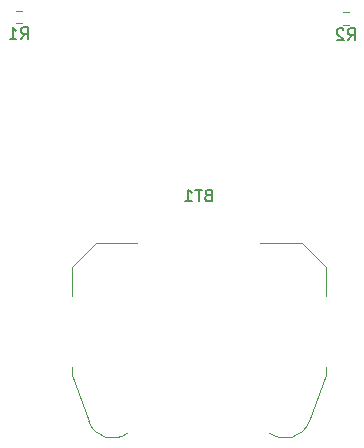
<source format=gbr>
%TF.GenerationSoftware,KiCad,Pcbnew,8.0.8*%
%TF.CreationDate,2025-02-18T10:54:12-06:00*%
%TF.ProjectId,ATTinyFlashLEDs_noSwitch,41545469-6e79-4466-9c61-73684c454473,rev?*%
%TF.SameCoordinates,Original*%
%TF.FileFunction,Legend,Bot*%
%TF.FilePolarity,Positive*%
%FSLAX46Y46*%
G04 Gerber Fmt 4.6, Leading zero omitted, Abs format (unit mm)*
G04 Created by KiCad (PCBNEW 8.0.8) date 2025-02-18 10:54:12*
%MOMM*%
%LPD*%
G01*
G04 APERTURE LIST*
%ADD10C,0.150000*%
%ADD11C,0.120000*%
G04 APERTURE END LIST*
D10*
X120165714Y-95492009D02*
X120022857Y-95539628D01*
X120022857Y-95539628D02*
X119975238Y-95587247D01*
X119975238Y-95587247D02*
X119927619Y-95682485D01*
X119927619Y-95682485D02*
X119927619Y-95825342D01*
X119927619Y-95825342D02*
X119975238Y-95920580D01*
X119975238Y-95920580D02*
X120022857Y-95968200D01*
X120022857Y-95968200D02*
X120118095Y-96015819D01*
X120118095Y-96015819D02*
X120499047Y-96015819D01*
X120499047Y-96015819D02*
X120499047Y-95015819D01*
X120499047Y-95015819D02*
X120165714Y-95015819D01*
X120165714Y-95015819D02*
X120070476Y-95063438D01*
X120070476Y-95063438D02*
X120022857Y-95111057D01*
X120022857Y-95111057D02*
X119975238Y-95206295D01*
X119975238Y-95206295D02*
X119975238Y-95301533D01*
X119975238Y-95301533D02*
X120022857Y-95396771D01*
X120022857Y-95396771D02*
X120070476Y-95444390D01*
X120070476Y-95444390D02*
X120165714Y-95492009D01*
X120165714Y-95492009D02*
X120499047Y-95492009D01*
X119641904Y-95015819D02*
X119070476Y-95015819D01*
X119356190Y-96015819D02*
X119356190Y-95015819D01*
X118213333Y-96015819D02*
X118784761Y-96015819D01*
X118499047Y-96015819D02*
X118499047Y-95015819D01*
X118499047Y-95015819D02*
X118594285Y-95158676D01*
X118594285Y-95158676D02*
X118689523Y-95253914D01*
X118689523Y-95253914D02*
X118784761Y-95301533D01*
X131992666Y-82369819D02*
X132325999Y-81893628D01*
X132564094Y-82369819D02*
X132564094Y-81369819D01*
X132564094Y-81369819D02*
X132183142Y-81369819D01*
X132183142Y-81369819D02*
X132087904Y-81417438D01*
X132087904Y-81417438D02*
X132040285Y-81465057D01*
X132040285Y-81465057D02*
X131992666Y-81560295D01*
X131992666Y-81560295D02*
X131992666Y-81703152D01*
X131992666Y-81703152D02*
X132040285Y-81798390D01*
X132040285Y-81798390D02*
X132087904Y-81846009D01*
X132087904Y-81846009D02*
X132183142Y-81893628D01*
X132183142Y-81893628D02*
X132564094Y-81893628D01*
X131611713Y-81465057D02*
X131564094Y-81417438D01*
X131564094Y-81417438D02*
X131468856Y-81369819D01*
X131468856Y-81369819D02*
X131230761Y-81369819D01*
X131230761Y-81369819D02*
X131135523Y-81417438D01*
X131135523Y-81417438D02*
X131087904Y-81465057D01*
X131087904Y-81465057D02*
X131040285Y-81560295D01*
X131040285Y-81560295D02*
X131040285Y-81655533D01*
X131040285Y-81655533D02*
X131087904Y-81798390D01*
X131087904Y-81798390D02*
X131659332Y-82369819D01*
X131659332Y-82369819D02*
X131040285Y-82369819D01*
X104306666Y-82275819D02*
X104639999Y-81799628D01*
X104878094Y-82275819D02*
X104878094Y-81275819D01*
X104878094Y-81275819D02*
X104497142Y-81275819D01*
X104497142Y-81275819D02*
X104401904Y-81323438D01*
X104401904Y-81323438D02*
X104354285Y-81371057D01*
X104354285Y-81371057D02*
X104306666Y-81466295D01*
X104306666Y-81466295D02*
X104306666Y-81609152D01*
X104306666Y-81609152D02*
X104354285Y-81704390D01*
X104354285Y-81704390D02*
X104401904Y-81752009D01*
X104401904Y-81752009D02*
X104497142Y-81799628D01*
X104497142Y-81799628D02*
X104878094Y-81799628D01*
X103354285Y-82275819D02*
X103925713Y-82275819D01*
X103639999Y-82275819D02*
X103639999Y-81275819D01*
X103639999Y-81275819D02*
X103735237Y-81418676D01*
X103735237Y-81418676D02*
X103830475Y-81513914D01*
X103830475Y-81513914D02*
X103925713Y-81561533D01*
D11*
%TO.C,BT1*%
X108600000Y-101601000D02*
X110680000Y-99521000D01*
X108600000Y-104061000D02*
X108600000Y-101601000D01*
X108600000Y-110691000D02*
X108600000Y-110061000D01*
X110040000Y-114641000D02*
X108600000Y-110691000D01*
X114180000Y-99521000D02*
X110680000Y-99521000D01*
X128080000Y-99521000D02*
X124580000Y-99521000D01*
X128720000Y-114641000D02*
X130160000Y-110691000D01*
X130160000Y-101601000D02*
X128080000Y-99521000D01*
X130160000Y-104061000D02*
X130160000Y-101601000D01*
X130160000Y-110691000D02*
X130160000Y-110061000D01*
X113380000Y-115611000D02*
G75*
G02*
X110054757Y-114649169I-1310000J1700000D01*
G01*
X128720000Y-114641000D02*
G75*
G02*
X125383354Y-115627530I-2030000J730001D01*
G01*
%TO.C,R2*%
X131571276Y-79995500D02*
X132080724Y-79995500D01*
X131571276Y-81040500D02*
X132080724Y-81040500D01*
%TO.C,R1*%
X104394724Y-79868500D02*
X103885276Y-79868500D01*
X104394724Y-80913500D02*
X103885276Y-80913500D01*
%TD*%
M02*

</source>
